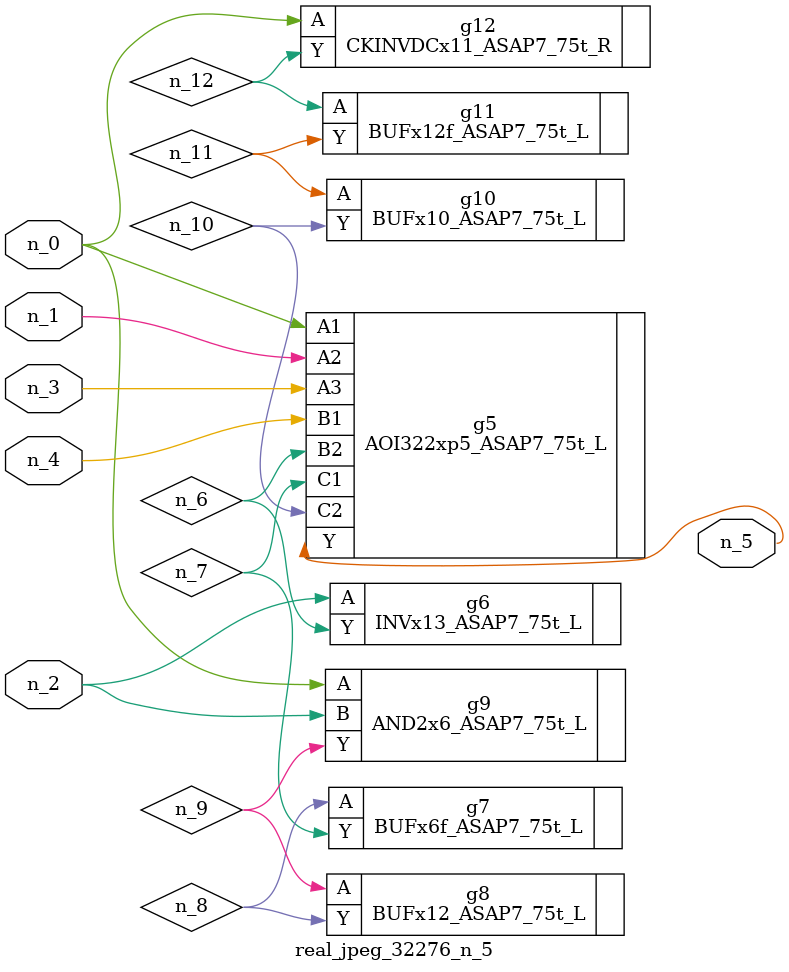
<source format=v>
module real_jpeg_32276_n_5 (n_4, n_0, n_1, n_2, n_3, n_5);

input n_4;
input n_0;
input n_1;
input n_2;
input n_3;

output n_5;

wire n_12;
wire n_8;
wire n_11;
wire n_6;
wire n_7;
wire n_10;
wire n_9;

AOI322xp5_ASAP7_75t_L g5 ( 
.A1(n_0),
.A2(n_1),
.A3(n_3),
.B1(n_4),
.B2(n_6),
.C1(n_7),
.C2(n_10),
.Y(n_5)
);

AND2x6_ASAP7_75t_L g9 ( 
.A(n_0),
.B(n_2),
.Y(n_9)
);

CKINVDCx11_ASAP7_75t_R g12 ( 
.A(n_0),
.Y(n_12)
);

INVx13_ASAP7_75t_L g6 ( 
.A(n_2),
.Y(n_6)
);

BUFx6f_ASAP7_75t_L g7 ( 
.A(n_8),
.Y(n_7)
);

BUFx12_ASAP7_75t_L g8 ( 
.A(n_9),
.Y(n_8)
);

BUFx10_ASAP7_75t_L g10 ( 
.A(n_11),
.Y(n_10)
);

BUFx12f_ASAP7_75t_L g11 ( 
.A(n_12),
.Y(n_11)
);


endmodule
</source>
